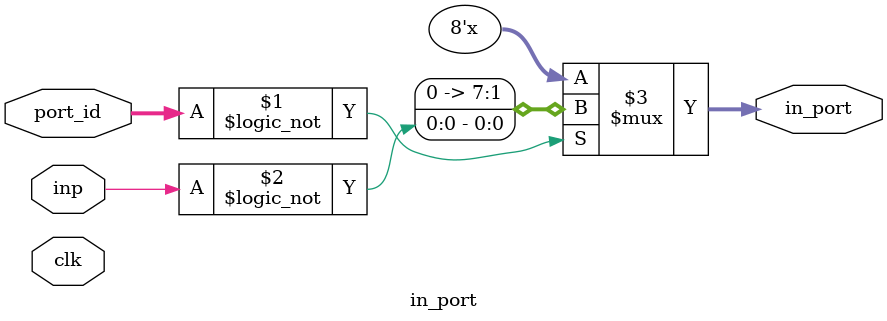
<source format=v>
`timescale 1ns / 1ps
module in_port #(parameter BASE = 0) (
    input clk,
	 input [7:0] port_id,
	 input inp,
    output [7:0] in_port
);


assign in_port = (port_id == BASE) ? {7'b0, !inp} : 8'bz;


endmodule

</source>
